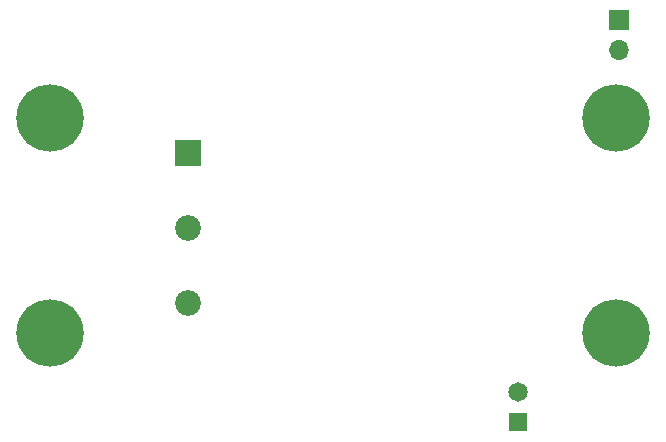
<source format=gbr>
%TF.GenerationSoftware,KiCad,Pcbnew,(6.0.8)*%
%TF.CreationDate,2022-10-20T22:21:08+02:00*%
%TF.ProjectId,WDSSR,57445353-522e-46b6-9963-61645f706362,rev?*%
%TF.SameCoordinates,PX7270e00PY4c4b400*%
%TF.FileFunction,Soldermask,Bot*%
%TF.FilePolarity,Negative*%
%FSLAX45Y45*%
G04 Gerber Fmt 4.5, Leading zero omitted, Abs format (unit mm)*
G04 Created by KiCad (PCBNEW (6.0.8)) date 2022-10-20 22:21:08*
%MOMM*%
%LPD*%
G01*
G04 APERTURE LIST*
%ADD10C,5.700000*%
%ADD11R,2.175000X2.175000*%
%ADD12C,2.175000*%
%ADD13R,1.650000X1.650000*%
%ADD14C,1.650000*%
%ADD15R,1.700000X1.700000*%
%ADD16O,1.700000X1.700000*%
G04 APERTURE END LIST*
D10*
X300000Y-1088000D03*
X300000Y-2913000D03*
X5100000Y-1088000D03*
X5100000Y-2913000D03*
D11*
X1473000Y-1389000D03*
D12*
X1473000Y-2024000D03*
X1473000Y-2659000D03*
D13*
X4270000Y-3662000D03*
D14*
X4270000Y-3412000D03*
D15*
X5120000Y-262500D03*
D16*
X5120000Y-516500D03*
M02*

</source>
